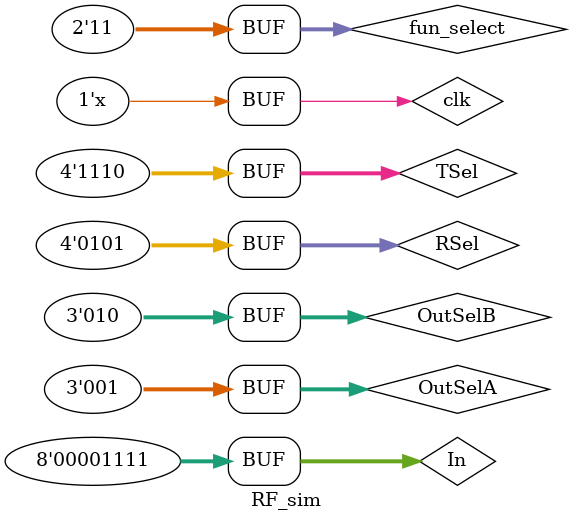
<source format=v>
`timescale 1ns / 1ps


module RF_sim();

    reg  [7:0] In;
    wire [7:0] OutA;
    wire [7:0] OutB;
    reg  [1:0] fun_select = 2'b00;
    reg  [3:0] RSel;
    reg  [3:0] TSel;
    reg  [2:0] OutSelA = 3'b001;
    reg  [2:0] OutSelB = 3'b010;

    reg clk = 0;
    
    Register_File uut(clk, In, OutSelA, OutSelB, fun_select, RSel, TSel, OutA, OutB);
    
    initial begin
        fun_select = 2'b01; In = 8'b00000001; RSel = 4'b1010; TSel = 4'b1010; #200;
        fun_select = 2'b11; In = 8'b00001111; RSel = 4'b0101; TSel = 4'b1110; #200;
    end
    
    always begin
        clk = ~clk; #100;
    end
endmodule

</source>
